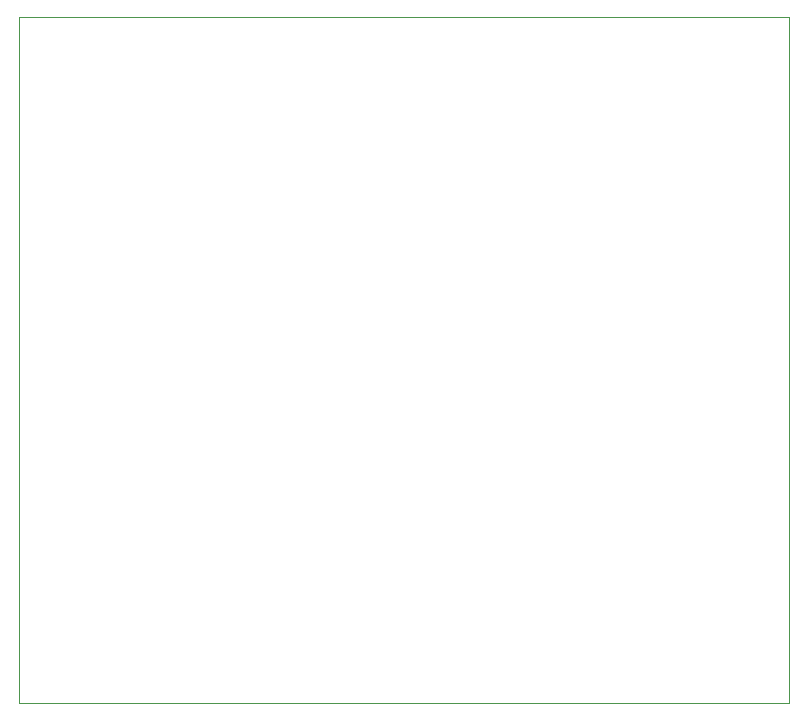
<source format=gbr>
%TF.GenerationSoftware,Altium Limited,Altium Designer,24.6.1 (21)*%
G04 Layer_Color=0*
%FSLAX45Y45*%
%MOMM*%
%TF.SameCoordinates,D96B88A3-C1BF-4694-92A9-412EC26ABF2C*%
%TF.FilePolarity,Positive*%
%TF.FileFunction,Profile,NP*%
%TF.Part,Single*%
G01*
G75*
%TA.AperFunction,Profile*%
%ADD57C,0.02540*%
D57*
X4457700Y3771900D02*
Y9575799D01*
X10972800Y9575800D01*
Y3771900D01*
X4457700D01*
%TF.MD5,8771dd599e4991495dea792cdabf56fd*%
M02*

</source>
